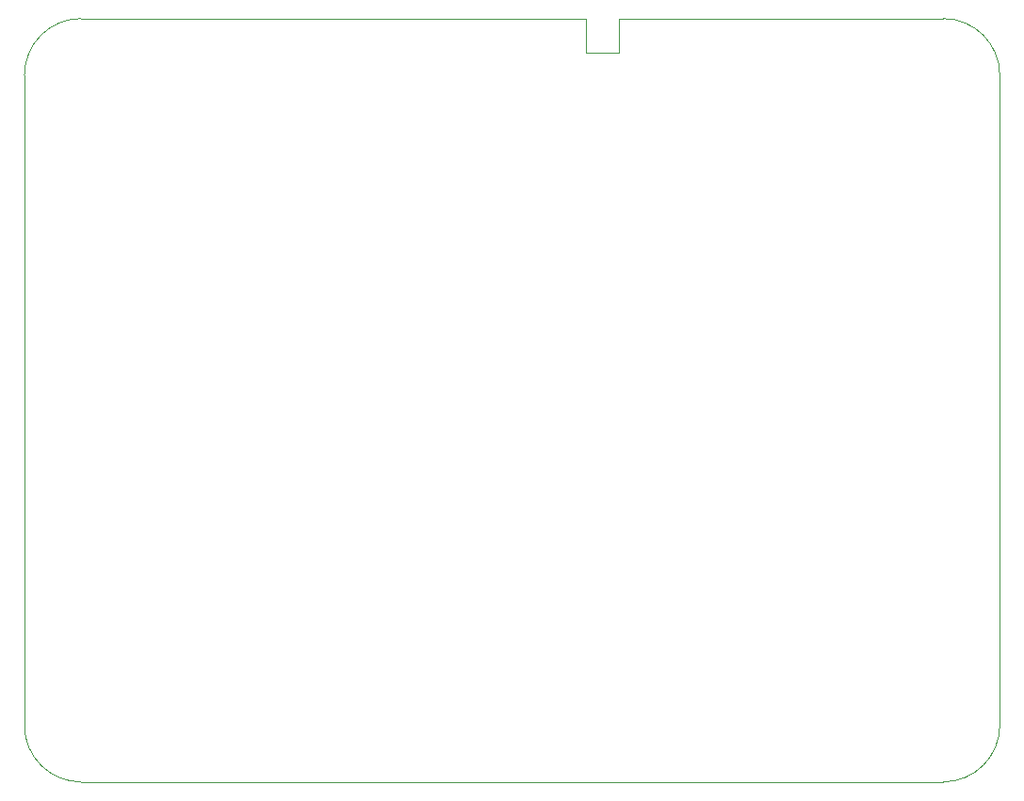
<source format=gbr>
G04 #@! TF.GenerationSoftware,KiCad,Pcbnew,(2017-02-22 revision 4c83b0a94)-master*
G04 #@! TF.CreationDate,2017-05-12T13:52:34+03:00*
G04 #@! TF.ProjectId,T-AIM,542D41494D2E6B696361645F70636200,rev?*
G04 #@! TF.FileFunction,Profile,NP*
%FSLAX46Y46*%
G04 Gerber Fmt 4.6, Leading zero omitted, Abs format (unit mm)*
G04 Created by KiCad (PCBNEW (2017-02-22 revision 4c83b0a94)-master) date Fri May 12 13:52:34 2017*
%MOMM*%
%LPD*%
G01*
G04 APERTURE LIST*
%ADD10C,0.100000*%
%ADD11C,0.010000*%
G04 APERTURE END LIST*
D10*
D11*
X170718986Y-52268828D02*
X170718986Y-55318828D01*
X173718986Y-55318828D02*
X173718986Y-52268828D01*
X170718986Y-55318828D02*
X173718986Y-55318828D01*
X170719019Y-52263828D02*
X125343986Y-52263828D01*
X207923986Y-57343828D02*
G75*
G03X202843986Y-52263828I-5080000J0D01*
G01*
X202843986Y-120923828D02*
G75*
G03X207923986Y-115843828I0J5080000D01*
G01*
X125343986Y-52263828D02*
G75*
G03X120263986Y-57343828I0J-5080000D01*
G01*
X120263986Y-115843828D02*
G75*
G03X125343986Y-120923828I5080000J0D01*
G01*
X202844027Y-52263828D02*
X173718986Y-52263828D01*
X207923986Y-115843882D02*
X207923986Y-57343828D01*
X125343945Y-120923828D02*
X202843986Y-120923828D01*
X120263986Y-57343828D02*
X120263986Y-115843882D01*
M02*

</source>
